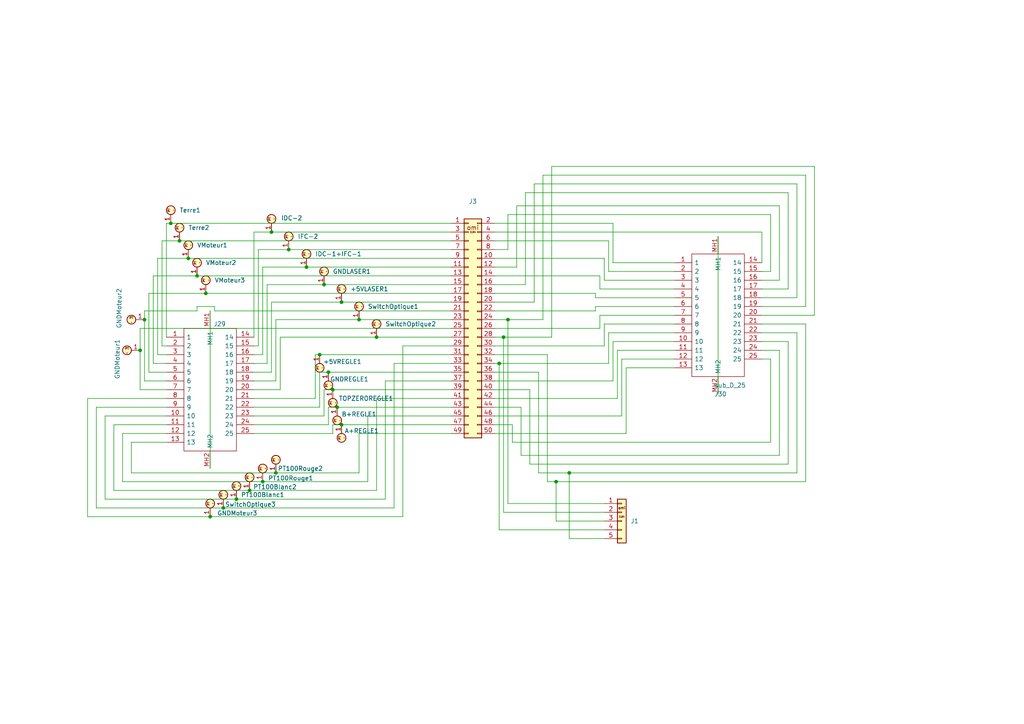
<source format=kicad_sch>
(kicad_sch (version 20231120) (generator "eeschema") (generator_version "8.0")
  (paper "A4")
  (lib_symbols
    (symbol "Omiconnecteur:Conn_01x05_P2.54mm_pinheader_vertical" (pin_names (offset 1.016) hide)
      (property "Reference" "J" (at -1.27 10.16 0))
      (symbol "Conn_01x05_P2.54mm_pinheader_vertical_1_1"
        (rectangle (start -1.27 -2.413) (end 0 -2.667) (stroke (width 0.1524)))
        (rectangle (start -1.27 0.127) (end 0 -0.127) (stroke (width 0.1524)))
        (rectangle (start -1.27 2.667) (end 0 2.413) (stroke (width 0.1524)))
        (rectangle (start -1.27 5.207) (end 0 4.953) (stroke (width 0.1524)))
        (rectangle (start -1.27 7.747) (end 0 7.493) (stroke (width 0.1524)))
        (rectangle (start -1.27 8.89) (end 1.27 -3.81) (stroke (width 0.254)) (fill (type background)))
        (text "2.54" (at 0 3.81 0) (effects (font (size 0.5 0.5))))
        (text "omi" (at 0 6.35 0) (effects (font (size 0.75 0.75))))
        (pin passive line (at -5.08 7.62 0) (length 3.81) (name "Pin_1") (number "1"))
        (pin passive line (at -5.08 5.08 0) (length 3.81) (name "Pin_2") (number "2"))
        (pin passive line (at -5.08 2.54 0) (length 3.81) (name "Pin_3") (number "3"))
        (pin passive line (at -5.08 0 0) (length 3.81) (name "Pin_4") (number "4"))
        (pin passive line (at -5.08 -2.54 0) (length 3.81) (name "Pin_5") (number "5"))
      )
    )
    (symbol "Omiconnecteur:Conn_02x25_Odd_Even_omi" (pin_names (offset 1.016) hide)
      (property "Reference" "J" (at 1.27 60.96 0))
      (property "Value" "Conn_02x25_Odd_Even_omi" (at 1.27 -7.62 0))
      (symbol "Conn_02x25_Odd_Even_omi_1_1"
        (rectangle (start -1.27 -2.413) (end 0 -2.667) (stroke (width 0.1524)))
        (rectangle (start -1.27 0.127) (end 0 -0.127) (stroke (width 0.1524)))
        (rectangle (start -1.27 2.667) (end 0 2.413) (stroke (width 0.1524)))
        (rectangle (start -1.27 5.207) (end 0 4.953) (stroke (width 0.1524)))
        (rectangle (start -1.27 7.747) (end 0 7.493) (stroke (width 0.1524)))
        (rectangle (start -1.27 10.287) (end 0 10.033) (stroke (width 0.1524)))
        (rectangle (start -1.27 12.827) (end 0 12.573) (stroke (width 0.1524)))
        (rectangle (start -1.27 15.367) (end 0 15.113) (stroke (width 0.1524)))
        (rectangle (start -1.27 17.907) (end 0 17.653) (stroke (width 0.1524)))
        (rectangle (start -1.27 20.447) (end 0 20.193) (stroke (width 0.1524)))
        (rectangle (start -1.27 22.987) (end 0 22.733) (stroke (width 0.1524)))
        (rectangle (start -1.27 25.527) (end 0 25.273) (stroke (width 0.1524)))
        (rectangle (start -1.27 28.067) (end 0 27.813) (stroke (width 0.1524)))
        (rectangle (start -1.27 30.607) (end 0 30.353) (stroke (width 0.1524)))
        (rectangle (start -1.27 33.147) (end 0 32.893) (stroke (width 0.1524)))
        (rectangle (start -1.27 35.687) (end 0 35.433) (stroke (width 0.1524)))
        (rectangle (start -1.27 38.227) (end 0 37.973) (stroke (width 0.1524)))
        (rectangle (start -1.27 40.767) (end 0 40.513) (stroke (width 0.1524)))
        (rectangle (start -1.27 43.307) (end 0 43.053) (stroke (width 0.1524)))
        (rectangle (start -1.27 45.847) (end 0 45.593) (stroke (width 0.1524)))
        (rectangle (start -1.27 48.387) (end 0 48.133) (stroke (width 0.1524)))
        (rectangle (start -1.27 50.927) (end 0 50.673) (stroke (width 0.1524)))
        (rectangle (start -1.27 53.467) (end 0 53.213) (stroke (width 0.1524)))
        (rectangle (start -1.27 56.007) (end 0 55.753) (stroke (width 0.1524)))
        (rectangle (start -1.27 58.547) (end 0 58.293) (stroke (width 0.1524)))
        (rectangle (start -1.27 59.69) (end 3.81 -3.81) (stroke (width 0.254)) (fill (type background)))
        (rectangle (start 2.54 33.02) (end 3.81 32.766) (stroke (width 0.1524)))
        (rectangle (start 2.54 35.687) (end 3.81 35.433) (stroke (width 0.1524)))
        (rectangle (start 3.81 -2.413) (end 2.54 -2.667) (stroke (width 0.1524)))
        (rectangle (start 3.81 0.127) (end 2.54 -0.127) (stroke (width 0.1524)))
        (rectangle (start 3.81 2.667) (end 2.54 2.413) (stroke (width 0.1524)))
        (rectangle (start 3.81 5.207) (end 2.54 4.953) (stroke (width 0.1524)))
        (rectangle (start 3.81 7.747) (end 2.54 7.493) (stroke (width 0.1524)))
        (rectangle (start 3.81 10.287) (end 2.54 10.033) (stroke (width 0.1524)))
        (rectangle (start 3.81 12.827) (end 2.54 12.573) (stroke (width 0.1524)))
        (rectangle (start 3.81 15.367) (end 2.54 15.113) (stroke (width 0.1524)))
        (rectangle (start 3.81 17.907) (end 2.54 17.653) (stroke (width 0.1524)))
        (rectangle (start 3.81 20.447) (end 2.54 20.193) (stroke (width 0.1524)))
        (rectangle (start 3.81 22.987) (end 2.54 22.733) (stroke (width 0.1524)))
        (rectangle (start 3.81 25.527) (end 2.54 25.273) (stroke (width 0.1524)))
        (rectangle (start 3.81 28.067) (end 2.54 27.813) (stroke (width 0.1524)))
        (rectangle (start 3.81 30.607) (end 2.54 30.353) (stroke (width 0.1524)))
        (rectangle (start 3.81 38.227) (end 2.54 37.973) (stroke (width 0.1524)))
        (rectangle (start 3.81 40.767) (end 2.54 40.513) (stroke (width 0.1524)))
        (rectangle (start 3.81 43.307) (end 2.54 43.053) (stroke (width 0.1524)))
        (rectangle (start 3.81 45.847) (end 2.54 45.593) (stroke (width 0.1524)))
        (rectangle (start 3.81 48.387) (end 2.54 48.133) (stroke (width 0.1524)))
        (rectangle (start 3.81 50.927) (end 2.54 50.673) (stroke (width 0.1524)))
        (rectangle (start 3.81 53.467) (end 2.54 53.213) (stroke (width 0.1524)))
        (rectangle (start 3.81 56.007) (end 2.54 55.753) (stroke (width 0.1524)))
        (rectangle (start 3.81 58.547) (end 2.54 58.293) (stroke (width 0.1524)))
        (text "2.54" (at 1.27 55.88 0) (effects (font (size 0.5 0.5))))
        (text "omi" (at 1.27 57.15 0) (effects (font (size 1.27 1.27))))
        (pin passive line (at -5.08 58.42 0) (length 3.81) (name "Pin_1") (number "1"))
        (pin passive line (at 7.62 48.26 180) (length 3.81) (name "Pin_10") (number "10"))
        (pin passive line (at -5.08 45.72 0) (length 3.81) (name "Pin_11") (number "11"))
        (pin passive line (at 7.62 45.72 180) (length 3.81) (name "Pin_12") (number "12"))
        (pin passive line (at -5.08 43.18 0) (length 3.81) (name "Pin_13") (number "13"))
        (pin passive line (at 7.62 43.18 180) (length 3.81) (name "Pin_14") (number "14"))
        (pin passive line (at -5.08 40.64 0) (length 3.81) (name "Pin_15") (number "15"))
        (pin passive line (at 7.62 40.64 180) (length 3.81) (name "Pin_16") (number "16"))
        (pin passive line (at -5.08 38.1 0) (length 3.81) (name "Pin_17") (number "17"))
        (pin passive line (at 7.62 38.1 180) (length 3.81) (name "Pin_18") (number "18"))
        (pin passive line (at -5.08 35.56 0) (length 3.81) (name "Pin_19") (number "19"))
        (pin passive line (at 7.62 58.42 180) (length 3.81) (name "Pin_2") (number "2"))
        (pin passive line (at 7.62 35.56 180) (length 3.81) (name "Pin_20") (number "20"))
        (pin passive line (at -5.08 33.02 0) (length 3.81) (name "Pin_21") (number "21"))
        (pin passive line (at 7.62 33.02 180) (length 3.81) (name "Pin22") (number "22"))
        (pin passive line (at -5.08 30.48 0) (length 3.81) (name "Pin_23") (number "23"))
        (pin passive line (at 7.62 30.48 180) (length 3.81) (name "Pin_24") (number "24"))
        (pin passive line (at -5.08 27.94 0) (length 3.81) (name "Pin_25") (number "25"))
        (pin passive line (at 7.62 27.94 180) (length 3.81) (name "Pin_26") (number "26"))
        (pin passive line (at -5.08 25.4 0) (length 3.81) (name "Pin_27") (number "27"))
        (pin passive line (at 7.62 25.4 180) (length 3.81) (name "Pin_28") (number "28"))
        (pin passive line (at -5.08 22.86 0) (length 3.81) (name "Pin_29") (number "29"))
        (pin passive line (at -5.08 55.88 0) (length 3.81) (name "Pin_3") (number "3"))
        (pin passive line (at 7.62 22.86 180) (length 3.81) (name "Pin_30") (number "30"))
        (pin passive line (at -5.08 20.32 0) (length 3.81) (name "Pin_31") (number "31"))
        (pin passive line (at 7.62 20.32 180) (length 3.81) (name "Pin_32") (number "32"))
        (pin passive line (at -5.08 17.78 0) (length 3.81) (name "Pin_33") (number "33"))
        (pin passive line (at 7.62 17.78 180) (length 3.81) (name "Pin_34") (number "34"))
        (pin passive line (at -5.08 15.24 0) (length 3.81) (name "Pin_35") (number "35"))
        (pin passive line (at 7.62 15.24 180) (length 3.81) (name "Pin_36") (number "36"))
        (pin passive line (at -5.08 12.7 0) (length 3.81) (name "Pin_37") (number "37"))
        (pin passive line (at 7.62 12.7 180) (length 3.81) (name "Pin_38") (number "38"))
        (pin passive line (at -5.08 10.16 0) (length 3.81) (name "Pin_39") (number "39"))
        (pin passive line (at 7.62 55.88 180) (length 3.81) (name "Pin_4") (number "4"))
        (pin passive line (at 7.62 10.16 180) (length 3.81) (name "Pin_40") (number "40"))
        (pin passive line (at -5.08 7.62 0) (length 3.81) (name "Pin_41") (number "41"))
        (pin passive line (at 7.62 7.62 180) (length 3.81) (name "Pin_42") (number "42"))
        (pin passive line (at -5.08 5.08 0) (length 3.81) (name "Pin_43") (number "43"))
        (pin passive line (at 7.62 5.08 180) (length 3.81) (name "Pin_44") (number "44"))
        (pin passive line (at -5.08 2.54 0) (length 3.81) (name "Pin_45") (number "45"))
        (pin passive line (at 7.62 2.54 180) (length 3.81) (name "Pin_46") (number "46"))
        (pin passive line (at -5.08 0 0) (length 3.81) (name "Pin_47") (number "47"))
        (pin passive line (at 7.62 0 180) (length 3.81) (name "Pin_48") (number "48"))
        (pin passive line (at -5.08 -2.54 0) (length 3.81) (name "Pin_49") (number "49"))
        (pin passive line (at -5.08 53.34 0) (length 3.81) (name "Pin_5") (number "5"))
        (pin passive line (at 7.62 -2.54 180) (length 3.81) (name "Pin_50") (number "50"))
        (pin passive line (at 7.62 53.34 180) (length 3.81) (name "Pin_6") (number "6"))
        (pin passive line (at -5.08 50.8 0) (length 3.81) (name "Pin_7") (number "7"))
        (pin passive line (at 7.62 50.8 180) (length 3.81) (name "Pin_8") (number "8"))
        (pin passive line (at -5.08 48.26 0) (length 3.81) (name "Pin_9") (number "9"))
      )
    )
    (symbol "Omiconnecteur:sub_D_25" (pin_names (offset 0.762))
      (property "Reference" "J" (at 41.91 12.7 0))
      (property "Value" "sub_D_25" (at 41.91 10.16 0))
      (symbol "sub_D_25_0_0"
        (pin passive line (at 7.62 12.7 270) (length 5.08) (name "1") (number "1"))
        (pin passive line (at 30.48 12.7 270) (length 5.08) (name "10") (number "10"))
        (pin passive line (at 33.02 12.7 270) (length 5.08) (name "11") (number "11"))
        (pin passive line (at 35.56 12.7 270) (length 5.08) (name "12") (number "12"))
        (pin passive line (at 38.1 12.7 270) (length 5.08) (name "13") (number "13"))
        (pin passive line (at 7.62 -12.7 90) (length 5.08) (name "14") (number "14"))
        (pin passive line (at 10.16 -12.7 90) (length 5.08) (name "15") (number "15"))
        (pin passive line (at 12.7 -12.7 90) (length 5.08) (name "16") (number "16"))
        (pin passive line (at 15.24 -12.7 90) (length 5.08) (name "17") (number "17"))
        (pin passive line (at 17.78 -12.7 90) (length 5.08) (name "18") (number "18"))
        (pin passive line (at 20.32 -12.7 90) (length 5.08) (name "19") (number "19"))
        (pin passive line (at 10.16 12.7 270) (length 5.08) (name "2") (number "2"))
        (pin passive line (at 22.86 -12.7 90) (length 5.08) (name "20") (number "20"))
        (pin passive line (at 25.4 -12.7 90) (length 5.08) (name "21") (number "21"))
        (pin passive line (at 27.94 -12.7 90) (length 5.08) (name "22") (number "22"))
        (pin passive line (at 30.48 -12.7 90) (length 5.08) (name "23") (number "23"))
        (pin passive line (at 33.02 -12.7 90) (length 5.08) (name "24") (number "24"))
        (pin passive line (at 35.56 -12.7 90) (length 5.08) (name "25") (number "25"))
        (pin passive line (at 12.7 12.7 270) (length 5.08) (name "3") (number "3"))
        (pin passive line (at 15.24 12.7 270) (length 5.08) (name "4") (number "4"))
        (pin passive line (at 17.78 12.7 270) (length 5.08) (name "5") (number "5"))
        (pin passive line (at 20.32 12.7 270) (length 5.08) (name "6") (number "6"))
        (pin passive line (at 22.86 12.7 270) (length 5.08) (name "7") (number "7"))
        (pin passive line (at 25.4 12.7 270) (length 5.08) (name "8") (number "8"))
        (pin passive line (at 27.94 12.7 270) (length 5.08) (name "9") (number "9"))
        (pin passive line (at 0 0 0) (length 5.08) (name "MH1") (number "MH1"))
        (pin passive line (at 45.72 0 180) (length 5.08) (name "MH2") (number "MH2"))
      )
      (symbol "sub_D_25_0_1"
        (polyline (pts (xy 5.08 7.62) (xy 40.64 7.62) (xy 40.64 -7.62) (xy 5.08 -7.62) (xy 5.08 7.62)) (stroke (width 0.1524)))
      )
    )
    (symbol "Omidivers:PT_trad_1.0mm" (pin_names (offset 1.016) hide)
      (property "Reference" "Pt" (at 0.508 2.286 0))
      (symbol "PT_trad_1.0mm_1_1"
        (circle (center 1.27 0) (radius 1.27) (stroke (width 0.254)) (fill (type background)))
        (text "PT\n." (at 1.27 0 0) (effects (font (size 0.635 0.635))))
        (pin passive line (at -2.54 0 0) (length 2.54) (name "Pin_1") (number "1"))
      )
    )
  )
  (junction (at 96.52 113.03))
  (junction (at 76.2 139.7))
  (junction (at 97.79 118.11))
  (junction (at 52.07 69.85))
  (junction (at 165.1 137.16))
  (junction (at 49.53 64.77))
  (junction (at 93.98 82.55))
  (junction (at 54.61 74.93))
  (junction (at 99.06 87.63))
  (junction (at 147.32 92.71))
  (junction (at 80.01 137.16))
  (junction (at 99.06 123.19))
  (junction (at 144.78 105.41))
  (junction (at 83.7359 72.39))
  (junction (at 40.64 101.6))
  (junction (at 92.71 102.87))
  (junction (at 64.77 147.32))
  (junction (at 146.05 97.79))
  (junction (at 95.25 107.95))
  (junction (at 161.29 139.7))
  (junction (at 104.14 92.71))
  (junction (at 109.22 97.79))
  (junction (at 59.69 85.09))
  (junction (at 78.74 67.31))
  (junction (at 68.58 144.78))
  (junction (at 88.9 77.47))
  (junction (at 41.91 92.71))
  (junction (at 72.39 142.24))
  (junction (at 57.15 80.01))
  (junction (at 60.96 149.86))
  (wire (pts (xy 62.23 90.17) (xy 62.23 88.9)))
  (wire (pts (xy 161.29 139.7) (xy 158.75 139.7)))
  (wire (pts (xy 130.81 67.31) (xy 78.74 67.31)))
  (wire (pts (xy 175.26 74.93) (xy 143.51 74.93)))
  (wire (pts (xy 62.23 90.17) (xy 130.81 90.17)))
  (wire (pts (xy 48.26 100.33) (xy 46.99 100.33)))
  (wire (pts (xy 73.66 105.41) (xy 77.47 105.41)))
  (wire (pts (xy 52.07 69.85) (xy 130.81 69.85)))
  (wire (pts (xy 161.29 139.7) (xy 161.29 151.13)))
  (wire (pts (xy 83.7359 72.39) (xy 130.81 72.39)))
  (wire (pts (xy 223.52 62.23) (xy 223.52 78.74)))
  (wire (pts (xy 25.4 149.86) (xy 25.4 115.57)))
  (wire (pts (xy 220.98 67.31) (xy 220.98 76.2)))
  (wire (pts (xy 179.07 101.6) (xy 179.07 115.57)))
  (wire (pts (xy 109.22 115.57) (xy 109.22 142.24)))
  (wire (pts (xy 176.53 78.74) (xy 176.53 69.85)))
  (wire (pts (xy 195.58 96.52) (xy 176.53 96.52)))
  (wire (pts (xy 104.14 92.71) (xy 130.81 92.71)))
  (wire (pts (xy 228.6 99.06) (xy 228.6 134.62)))
  (wire (pts (xy 93.98 113.03) (xy 93.98 120.65)))
  (wire (pts (xy 64.77 147.32) (xy 114.3 147.32)))
  (wire (pts (xy 146.05 97.79) (xy 146.05 148.59)))
  (wire (pts (xy 80.01 92.71) (xy 80.01 110.49)))
  (wire (pts (xy 233.68 93.98) (xy 233.68 139.7)))
  (wire (pts (xy 41.91 110.49) (xy 48.26 110.49)))
  (wire (pts (xy 77.47 105.41) (xy 77.47 82.55)))
  (wire (pts (xy 176.53 96.52) (xy 176.53 105.41)))
  (wire (pts (xy 177.8 64.77) (xy 143.51 64.77)))
  (wire (pts (xy 195.58 91.44) (xy 173.99 91.44)))
  (wire (pts (xy 143.51 72.39) (xy 147.32 72.39)))
  (wire (pts (xy 93.98 82.55) (xy 130.81 82.55)))
  (wire (pts (xy 223.52 128.27) (xy 148.59 128.27)))
  (wire (pts (xy 27.94 118.11) (xy 48.26 118.11)))
  (wire (pts (xy 77.47 82.55) (xy 93.98 82.55)))
  (wire (pts (xy 157.48 92.71) (xy 147.32 92.71)))
  (wire (pts (xy 144.78 105.41) (xy 144.78 153.67)))
  (wire (pts (xy 220.98 101.6) (xy 226.06 101.6)))
  (wire (pts (xy 148.59 123.19) (xy 143.51 123.19)))
  (wire (pts (xy 226.06 81.28) (xy 220.98 81.28)))
  (wire (pts (xy 35.56 139.7) (xy 35.56 125.73)))
  (wire (pts (xy 80.01 137.16) (xy 104.14 137.16)))
  (wire (pts (xy 236.22 91.44) (xy 236.22 48.26)))
  (wire (pts (xy 57.15 80.01) (xy 130.81 80.01)))
  (wire (pts (xy 60.96 90.17) (xy 60.96 135.89)))
  (wire (pts (xy 40.64 101.6) (xy 40.64 113.03)))
  (wire (pts (xy 231.14 53.34) (xy 231.14 86.36)))
  (wire (pts (xy 175.26 156.21) (xy 165.1 156.21)))
  (wire (pts (xy 152.4 82.55) (xy 143.51 82.55)))
  (wire (pts (xy 179.07 115.57) (xy 143.51 115.57)))
  (wire (pts (xy 228.6 83.82) (xy 228.6 55.88)))
  (wire (pts (xy 165.1 137.16) (xy 231.14 137.16)))
  (wire (pts (xy 226.06 101.6) (xy 226.06 132.08)))
  (wire (pts (xy 44.45 105.41) (xy 44.45 80.01)))
  (wire (pts (xy 109.22 97.79) (xy 130.81 97.79)))
  (wire (pts (xy 92.71 118.11) (xy 73.66 118.11)))
  (wire (pts (xy 226.06 132.08) (xy 151.13 132.08)))
  (wire (pts (xy 172.72 86.36) (xy 195.58 86.36)))
  (wire (pts (xy 175.26 93.98) (xy 175.26 100.33)))
  (wire (pts (xy 143.51 110.49) (xy 177.8 110.49)))
  (wire (pts (xy 147.32 146.05) (xy 175.26 146.05)))
  (wire (pts (xy 54.61 74.93) (xy 130.81 74.93)))
  (wire (pts (xy 91.44 102.87) (xy 92.71 102.87)))
  (wire (pts (xy 154.94 87.63) (xy 154.94 53.34)))
  (wire (pts (xy 175.26 153.67) (xy 144.78 153.67)))
  (wire (pts (xy 40.64 113.03) (xy 48.26 113.03)))
  (wire (pts (xy 59.69 85.09) (xy 43.18 85.09)))
  (wire (pts (xy 195.58 101.6) (xy 179.07 101.6)))
  (wire (pts (xy 81.28 97.79) (xy 81.28 113.03)))
  (wire (pts (xy 104.14 92.71) (xy 80.01 92.71)))
  (wire (pts (xy 99.06 87.63) (xy 78.74 87.63)))
  (wire (pts (xy 173.99 80.01) (xy 143.51 80.01)))
  (wire (pts (xy 160.02 48.26) (xy 160.02 97.79)))
  (wire (pts (xy 195.58 88.9) (xy 172.72 88.9)))
  (wire (pts (xy 73.66 67.31) (xy 73.66 97.79)))
  (wire (pts (xy 91.44 115.57) (xy 73.66 115.57)))
  (wire (pts (xy 172.72 86.36) (xy 172.72 85.09)))
  (wire (pts (xy 68.58 144.78) (xy 30.48 144.78)))
  (wire (pts (xy 181.61 106.68) (xy 181.61 125.73)))
  (wire (pts (xy 45.72 74.93) (xy 45.72 102.87)))
  (wire (pts (xy 236.22 48.26) (xy 160.02 48.26)))
  (wire (pts (xy 114.3 105.41) (xy 114.3 147.32)))
  (wire (pts (xy 116.84 100.33) (xy 116.84 149.86)))
  (wire (pts (xy 152.4 55.88) (xy 152.4 82.55)))
  (wire (pts (xy 220.98 83.82) (xy 228.6 83.82)))
  (wire (pts (xy 223.52 78.74) (xy 220.98 78.74)))
  (wire (pts (xy 143.51 77.47) (xy 149.86 77.47)))
  (wire (pts (xy 88.9 77.47) (xy 76.2 77.47)))
  (wire (pts (xy 146.05 97.79) (xy 160.02 97.79)))
  (wire (pts (xy 27.94 147.32) (xy 27.94 118.11)))
  (wire (pts (xy 172.72 88.9) (xy 172.72 90.17)))
  (wire (pts (xy 181.61 125.73) (xy 143.51 125.73)))
  (wire (pts (xy 72.39 142.24) (xy 109.22 142.24)))
  (wire (pts (xy 40.64 95.25) (xy 40.64 101.6)))
  (wire (pts (xy 220.98 99.06) (xy 228.6 99.06)))
  (wire (pts (xy 95.25 123.19) (xy 73.66 123.19)))
  (wire (pts (xy 76.2 77.47) (xy 76.2 102.87)))
  (wire (pts (xy 158.75 102.87) (xy 143.51 102.87)))
  (wire (pts (xy 172.72 85.09) (xy 143.51 85.09)))
  (wire (pts (xy 195.58 83.82) (xy 173.99 83.82)))
  (wire (pts (xy 91.44 102.87) (xy 91.44 115.57)))
  (wire (pts (xy 233.68 93.98) (xy 220.98 93.98)))
  (wire (pts (xy 68.58 144.78) (xy 111.76 144.78)))
  (wire (pts (xy 177.8 76.2) (xy 177.8 64.77)))
  (wire (pts (xy 220.98 88.9) (xy 233.68 88.9)))
  (wire (pts (xy 93.98 113.03) (xy 96.52 113.03)))
  (wire (pts (xy 78.74 67.31) (xy 73.66 67.31)))
  (wire (pts (xy 60.96 149.86) (xy 25.4 149.86)))
  (wire (pts (xy 81.28 113.03) (xy 73.66 113.03)))
  (wire (pts (xy 180.34 120.65) (xy 180.34 104.14)))
  (wire (pts (xy 149.86 77.47) (xy 149.86 59.69)))
  (wire (pts (xy 165.1 156.21) (xy 165.1 137.16)))
  (wire (pts (xy 161.29 151.13) (xy 175.26 151.13)))
  (wire (pts (xy 33.02 123.19) (xy 33.02 142.24)))
  (wire (pts (xy 73.66 125.73) (xy 96.52 125.73)))
  (wire (pts (xy 92.71 107.95) (xy 92.71 118.11)))
  (wire (pts (xy 130.81 77.47) (xy 88.9 77.47)))
  (wire (pts (xy 48.26 64.77) (xy 49.53 64.77)))
  (wire (pts (xy 48.26 105.41) (xy 44.45 105.41)))
  (wire (pts (xy 223.52 104.14) (xy 220.98 104.14)))
  (wire (pts (xy 106.68 139.7) (xy 76.2 139.7)))
  (wire (pts (xy 208.28 68.58) (xy 208.28 114.3)))
  (wire (pts (xy 177.8 99.06) (xy 195.58 99.06)))
  (wire (pts (xy 111.76 110.49) (xy 111.76 144.78)))
  (wire (pts (xy 46.99 69.85) (xy 52.07 69.85)))
  (wire (pts (xy 195.58 93.98) (xy 175.26 93.98)))
  (wire (pts (xy 44.45 80.01) (xy 57.15 80.01)))
  (wire (pts (xy 148.59 128.27) (xy 148.59 123.19)))
  (wire (pts (xy 130.81 123.19) (xy 99.06 123.19)))
  (wire (pts (xy 156.21 107.95) (xy 156.21 137.16)))
  (wire (pts (xy 76.2 102.87) (xy 73.66 102.87)))
  (wire (pts (xy 74.93 100.33) (xy 74.93 72.39)))
  (wire (pts (xy 41.91 92.71) (xy 41.91 110.49)))
  (wire (pts (xy 57.15 88.9) (xy 62.23 88.9)))
  (wire (pts (xy 175.26 100.33) (xy 143.51 100.33)))
  (wire (pts (xy 116.84 149.86) (xy 60.96 149.86)))
  (wire (pts (xy 146.05 148.59) (xy 175.26 148.59)))
  (wire (pts (xy 180.34 104.14) (xy 195.58 104.14)))
  (wire (pts (xy 147.32 92.71) (xy 147.32 146.05)))
  (wire (pts (xy 130.81 87.63) (xy 99.06 87.63)))
  (wire (pts (xy 48.26 123.19) (xy 33.02 123.19)))
  (wire (pts (xy 43.18 107.95) (xy 48.26 107.95)))
  (wire (pts (xy 223.52 104.14) (xy 223.52 128.27)))
  (wire (pts (xy 233.68 139.7) (xy 161.29 139.7)))
  (wire (pts (xy 97.79 118.11) (xy 130.81 118.11)))
  (wire (pts (xy 25.4 115.57) (xy 48.26 115.57)))
  (wire (pts (xy 220.98 91.44) (xy 236.22 91.44)))
  (wire (pts (xy 40.64 95.25) (xy 130.81 95.25)))
  (wire (pts (xy 130.81 105.41) (xy 114.3 105.41)))
  (wire (pts (xy 54.61 74.93) (xy 45.72 74.93)))
  (wire (pts (xy 48.26 97.79) (xy 48.26 64.77)))
  (wire (pts (xy 46.99 100.33) (xy 46.99 69.85)))
  (wire (pts (xy 231.14 96.52) (xy 231.14 137.16)))
  (wire (pts (xy 130.81 100.33) (xy 116.84 100.33)))
  (wire (pts (xy 153.67 113.03) (xy 143.51 113.03)))
  (wire (pts (xy 43.18 85.09) (xy 43.18 107.95)))
  (wire (pts (xy 130.81 110.49) (xy 111.76 110.49)))
  (wire (pts (xy 176.53 69.85) (xy 143.51 69.85)))
  (wire (pts (xy 156.21 137.16) (xy 165.1 137.16)))
  (wire (pts (xy 143.51 107.95) (xy 156.21 107.95)))
  (wire (pts (xy 154.94 53.34) (xy 231.14 53.34)))
  (wire (pts (xy 99.06 123.19) (xy 96.52 123.19)))
  (wire (pts (xy 175.26 81.28) (xy 175.26 74.93)))
  (wire (pts (xy 226.06 59.69) (xy 226.06 81.28)))
  (wire (pts (xy 173.99 95.25) (xy 143.51 95.25)))
  (wire (pts (xy 157.48 50.8) (xy 157.48 92.71)))
  (wire (pts (xy 73.66 100.33) (xy 74.93 100.33)))
  (wire (pts (xy 30.48 144.78) (xy 30.48 120.65)))
  (wire (pts (xy 231.14 86.36) (xy 220.98 86.36)))
  (wire (pts (xy 143.51 97.79) (xy 146.05 97.79)))
  (wire (pts (xy 172.72 90.17) (xy 143.51 90.17)))
  (wire (pts (xy 92.71 107.95) (xy 95.25 107.95)))
  (wire (pts (xy 147.32 62.23) (xy 223.52 62.23)))
  (wire (pts (xy 231.14 96.52) (xy 220.98 96.52)))
  (wire (pts (xy 95.25 118.11) (xy 95.25 123.19)))
  (wire (pts (xy 64.77 147.32) (xy 27.94 147.32)))
  (wire (pts (xy 74.93 72.39) (xy 83.7359 72.39)))
  (wire (pts (xy 151.13 132.08) (xy 151.13 118.11)))
  (wire (pts (xy 144.78 105.41) (xy 143.51 105.41)))
  (wire (pts (xy 195.58 106.68) (xy 181.61 106.68)))
  (wire (pts (xy 92.71 102.87) (xy 130.81 102.87)))
  (wire (pts (xy 81.28 97.79) (xy 109.22 97.79)))
  (wire (pts (xy 147.32 72.39) (xy 147.32 62.23)))
  (wire (pts (xy 147.32 92.71) (xy 143.51 92.71)))
  (wire (pts (xy 96.52 123.19) (xy 96.52 125.73)))
  (wire (pts (xy 153.67 134.62) (xy 153.67 113.03)))
  (wire (pts (xy 93.98 120.65) (xy 73.66 120.65)))
  (wire (pts (xy 195.58 81.28) (xy 175.26 81.28)))
  (wire (pts (xy 33.02 142.24) (xy 72.39 142.24)))
  (wire (pts (xy 104.14 125.73) (xy 104.14 137.16)))
  (wire (pts (xy 41.91 90.17) (xy 41.91 92.71)))
  (wire (pts (xy 95.25 107.95) (xy 130.81 107.95)))
  (wire (pts (xy 106.68 120.65) (xy 106.68 139.7)))
  (wire (pts (xy 173.99 91.44) (xy 173.99 95.25)))
  (wire (pts (xy 49.53 64.77) (xy 130.81 64.77)))
  (wire (pts (xy 80.01 110.49) (xy 73.66 110.49)))
  (wire (pts (xy 233.68 88.9) (xy 233.68 50.8)))
  (wire (pts (xy 30.48 120.65) (xy 48.26 120.65)))
  (wire (pts (xy 177.8 110.49) (xy 177.8 99.06)))
  (wire (pts (xy 45.72 102.87) (xy 48.26 102.87)))
  (wire (pts (xy 228.6 55.88) (xy 152.4 55.88)))
  (wire (pts (xy 38.1 137.16) (xy 80.01 137.16)))
  (wire (pts (xy 158.75 139.7) (xy 158.75 102.87)))
  (wire (pts (xy 233.68 50.8) (xy 157.48 50.8)))
  (wire (pts (xy 130.81 120.65) (xy 106.68 120.65)))
  (wire (pts (xy 104.14 125.73) (xy 130.81 125.73)))
  (wire (pts (xy 78.74 87.63) (xy 78.74 107.95)))
  (wire (pts (xy 95.25 118.11) (xy 97.79 118.11)))
  (wire (pts (xy 35.56 139.7) (xy 76.2 139.7)))
  (wire (pts (xy 176.53 105.41) (xy 144.78 105.41)))
  (wire (pts (xy 153.67 134.62) (xy 228.6 134.62)))
  (wire (pts (xy 173.99 83.82) (xy 173.99 80.01)))
  (wire (pts (xy 96.52 113.03) (xy 130.81 113.03)))
  (wire (pts (xy 143.51 118.11) (xy 151.13 118.11)))
  (wire (pts (xy 59.69 85.09) (xy 130.81 85.09)))
  (wire (pts (xy 78.74 107.95) (xy 73.66 107.95)))
  (wire (pts (xy 177.8 76.2) (xy 195.58 76.2)))
  (wire (pts (xy 35.56 125.73) (xy 48.26 125.73)))
  (wire (pts (xy 109.22 115.57) (xy 130.81 115.57)))
  (wire (pts (xy 41.91 90.17) (xy 57.15 90.17)))
  (wire (pts (xy 48.26 128.27) (xy 38.1 128.27)))
  (wire (pts (xy 143.51 67.31) (xy 220.98 67.31)))
  (wire (pts (xy 57.15 88.9) (xy 57.15 90.17)))
  (wire (pts (xy 143.51 120.65) (xy 180.34 120.65)))
  (wire (pts (xy 149.86 59.69) (xy 226.06 59.69)))
  (wire (pts (xy 143.51 87.63) (xy 154.94 87.63)))
  (wire (pts (xy 38.1 128.27) (xy 38.1 137.16)))
  (wire (pts (xy 195.58 78.74) (xy 176.53 78.74)))
  (symbol (lib_id "Omidivers:PT_trad_1.0mm") (at 104.14 90.17 90) (unit 1)
    (property "Reference" "SwitchOptique1" (at 106.68 88.8999 90) (effects (justify right)))
    (property "Value" "PT_cms_1.0mm" (effects (hide yes)))
    (property "Footprint" "Omidivers:pas_trad_1mm" (effects (hide yes)))
  )
  (symbol (lib_id "Omidivers:PT_trad_1.0mm") (at 96.52 115.57 270) (unit 1)
    (property "Reference" "TOPZEROREGLE1" (at 106.172 115.57 90))
    (property "Value" "PT_cms_1.0mm" (effects (hide yes)))
    (property "Footprint" "Omidivers:Pt_trad_1.0mm" (effects (hide yes)))
  )
  (symbol (lib_id "Omiconnecteur:sub_D_25") (at 208.28 68.58 90) (mirror x) (unit 1)
    (property "Reference" "J30" (at 207.1939 114.3 90) (effects (justify right)))
    (property "Value" "sub_D_25" (at 207.1939 111.76 90) (effects (justify right)))
    (property "Footprint" "Omiconnecteur:sub_D_25" (effects (hide yes)))
    (property "Datasheet" "https://b2b.harting.com/files/download/PRD/PDF_DS/PDF_DS_09653227801_EN.pdf" (effects (hide yes)))
    (property "Description" "D-Sub 25pin male angled 2.54mm pitch, stamped, w/o board locks, M3, PL3" (effects (hide yes)))
    (property "Height" "12.5" (effects (hide yes)))
    (property "Manufacturer_Name" "HARTING" (effects (hide yes)))
    (property "Manufacturer_Part_Number" "09653227801" (effects (hide yes)))
    (property "Mouser Part Number" "617-09653227801" (effects (hide yes)))
    (property "Mouser Price/Stock" "https://www.mouser.co.uk/ProductDetail/HARTING/09653227801?qs=Z2e%252BHPEhmSYpOM7BaVuC5A%3D%3D" (effects (hide yes)))
    (property "Arrow Part Number" "09653227801" (effects (hide yes)))
    (property "Arrow Price/Stock" "https://www.arrow.com/en/products/09653227801/harting?region=nac" (effects (hide yes)))
  )
  (symbol (lib_id "Omidivers:PT_trad_1.0mm") (at 64.77 144.78 90) (unit 1)
    (property "Reference" "SwitchOptique3" (at 72.644 146.304 90))
    (property "Value" "PT_cms_1.0mm" (effects (hide yes)))
    (property "Footprint" "Omidivers:Pt_trad_1.0mm" (effects (hide yes)))
  )
  (symbol (lib_id "Omidivers:PT_trad_1.0mm") (at 60.96 147.32 90) (unit 1)
    (property "Reference" "GNDMoteur3" (at 68.834 148.844 90))
    (property "Value" "PT_cms_1.0mm" (effects (hide yes)))
    (property "Footprint" "Omidivers:Pt_trad_1.0mm" (effects (hide yes)))
  )
  (symbol (lib_id "Omidivers:PT_trad_1.0mm") (at 52.07 67.31 90) (unit 1)
    (property "Reference" "Terre2" (at 54.61 66.0399 90) (effects (justify right)))
    (property "Value" "PT_cms_1.0mm" (effects (hide yes)))
    (property "Footprint" "Omidivers:Pt_trad_1.0mm" (effects (hide yes)))
  )
  (symbol (lib_id "Omidivers:PT_trad_1.0mm") (at 76.2 137.16 90) (unit 1)
    (property "Reference" "PT100Rouge1" (at 84.328 138.684 90))
    (property "Value" "PT_cms_1.0mm" (effects (hide yes)))
    (property "Footprint" "Omidivers:Pt_trad_1.0mm" (effects (hide yes)))
  )
  (symbol (lib_id "Omidivers:PT_trad_1.0mm") (at 88.9 74.93 90) (unit 1)
    (property "Reference" "IDC-1+IFC-1" (at 91.44 73.6599 90) (effects (justify right)))
    (property "Value" "PT_cms_1.0mm" (effects (hide yes)))
    (property "Footprint" "Omidivers:Pt_trad_1.0mm" (effects (hide yes)))
  )
  (symbol (lib_id "Omidivers:PT_trad_1.0mm") (at 92.71 105.41 270) (unit 1)
    (property "Reference" "+5VREGLE1" (at 99.314 104.902 90))
    (property "Value" "PT_cms_1.0mm" (effects (hide yes)))
    (property "Footprint" "Omidivers:Pt_trad_1.0mm" (effects (hide yes)))
  )
  (symbol (lib_id "Omiconnecteur:sub_D_25") (at 60.96 90.17 90) (mirror x) (unit 1)
    (property "Reference" "J29" (at 65.532 93.98 90) (effects (justify left)))
    (property "Value" "sub_D_25" (effects (hide yes)))
    (property "Footprint" "Omiconnecteur:sub_D_25" (effects (hide yes)))
    (property "Datasheet" "https://b2b.harting.com/files/download/PRD/PDF_DS/PDF_DS_09653227801_EN.pdf" (effects (hide yes)))
    (property "Description" "D-Sub 25pin male angled 2.54mm pitch, stamped, w/o board locks, M3, PL3" (effects (hide yes)))
    (property "Height" "12.5" (effects (hide yes)))
    (property "Manufacturer_Name" "HARTING" (effects (hide yes)))
    (property "Manufacturer_Part_Number" "09653227801" (effects (hide yes)))
    (property "Mouser Part Number" "617-09653227801" (effects (hide yes)))
    (property "Mouser Price/Stock" "https://www.mouser.co.uk/ProductDetail/HARTING/09653227801?qs=Z2e%252BHPEhmSYpOM7BaVuC5A%3D%3D" (effects (hide yes)))
    (property "Arrow Part Number" "09653227801" (effects (hide yes)))
    (property "Arrow Price/Stock" "https://www.arrow.com/en/products/09653227801/harting?region=nac" (effects (hide yes)))
  )
  (symbol (lib_id "Omiconnecteur:Conn_01x05_P2.54mm_pinheader_vertical") (at 180.34 153.67 0) (unit 1)
    (property "Reference" "J1" (at 182.88 151.1299 0) (effects (justify left)))
    (property "Value" "Conn_01x05_P2.54mm_pinheader_vertical" (effects (hide yes)))
    (property "Footprint" "Omiconnecteur:PinHeader_1x05_P2.54mm_V_omi" (effects (hide yes)))
    (property "Datasheet" "https://cdn.amphenol-cs.com/media/wysiwyg/files/documentation/datasheet/boardwiretoboard/bwb_bergstik.pdf" (effects (hide yes)))
    (property "Description" "Generic connector, single row, 01x08, script generated (kicad-library-utils/schlib/autogen/connector/)" (effects (hide yes)))
    (property "Fabriquant" "Amphenol" (effects (hide yes)))
    (property "Fabreference" "77311-102-36LF" (effects (hide yes)))
    (property "Omicron" "9069605" (effects (hide yes)))
    (property "Distributeur1" "DK:609-6203-ND" (effects (hide yes)))
    (property "Distributeur2" "M:77311-102-36LF" (effects (hide yes)))
  )
  (symbol (lib_id "Omidivers:PT_trad_1.0mm") (at 68.58 142.24 90) (unit 1)
    (property "Reference" "PT100Blanc1" (at 76.2 143.51 90))
    (property "Value" "PT_cms_1.0mm" (effects (hide yes)))
    (property "Footprint" "Omidivers:Pt_trad_1.0mm" (effects (hide yes)))
  )
  (symbol (lib_id "Omidivers:PT_trad_1.0mm") (at 99.06 125.73 270) (unit 1)
    (property "Reference" "A+REGLE1" (at 104.902 124.968 90))
    (property "Value" "PT_cms_1.0mm" (effects (hide yes)))
    (property "Footprint" "Omidivers:Pt_trad_1.0mm" (effects (hide yes)))
  )
  (symbol (lib_id "Omidivers:PT_trad_1.0mm") (at 54.61 72.39 90) (unit 1)
    (property "Reference" "VMoteur1" (at 57.15 71.1199 90) (effects (justify right)))
    (property "Value" "PT_cms_1.0mm" (effects (hide yes)))
    (property "Footprint" "Omidivers:Pt_trad_1.0mm" (effects (hide yes)))
  )
  (symbol (lib_id "Omidivers:PT_trad_1.0mm") (at 59.69 82.55 90) (unit 1)
    (property "Reference" "VMoteur3" (at 62.23 81.2799 90) (effects (justify right)))
    (property "Value" "PT_cms_1.0mm" (effects (hide yes)))
    (property "Footprint" "Omidivers:Pt_trad_1.0mm" (effects (hide yes)))
  )
  (symbol (lib_id "Omidivers:PT_trad_1.0mm") (at 39.37 92.71 180) (unit 1)
    (property "Reference" "GNDMoteur2" (at 34.544 95.25 90) (effects (justify right)))
    (property "Value" "PT_cms_1.0mm" (effects (hide yes)))
    (property "Footprint" "Omidivers:Pt_trad_1.0mm" (effects (hide yes)))
  )
  (symbol (lib_id "Omidivers:PT_trad_1.0mm") (at 80.01 134.62 90) (unit 1)
    (property "Reference" "PT100Rouge2" (at 87.122 135.89 90))
    (property "Value" "PT_cms_1.0mm" (effects (hide yes)))
    (property "Footprint" "Omidivers:Pt_trad_1.0mm" (effects (hide yes)))
  )
  (symbol (lib_id "Omidivers:PT_trad_1.0mm") (at 78.74 64.77 90) (unit 1)
    (property "Reference" "IDC-2" (at 81.534 63.246 90) (effects (justify right)))
    (property "Value" "PT_cms_1.0mm" (effects (hide yes)))
    (property "Footprint" "Omidivers:Pt_trad_1.0mm" (effects (hide yes)))
  )
  (symbol (lib_id "Omiconnecteur:Conn_02x25_Odd_Even_omi") (at 135.89 123.19 0) (unit 1)
    (property "Reference" "J3" (at 137.16 58.42 0))
    (property "Value" "Conn_02x25_Odd_Even_omi" (effects (hide yes)))
    (property "Footprint" "Omiconnecteur:PinHeader_2x25_P2.54mm_V_omi_1" (effects (hide yes)))
    (property "Description" "Generic connector, double row, 02x10, odd/even pin numbering scheme (row 1 odd numbers, row 2 even numbers), script generated (kicad-library-utils/schlib/autogen/connector/)" (effects (hide yes)))
    (property "Documentation" "https://cdn.amphenol-cs.com/media/wysiwyg/files/documentation/datasheet/boardwiretoboard/bwb_bergstik.pdf" (effects (hide yes)))
    (property "Fabriquant" "Amphenol" (effects (hide yes)))
    (property "Fabreference" "77313-118-72LF" (effects (hide yes)))
    (property "Omicron" "252175" (effects (hide yes)))
    (property "Distributeur1" "F:2886108" (effects (hide yes)))
    (property "Distributeur2" "M:649-77313-118-72LF" (effects (hide yes)))
  )
  (symbol (lib_id "Omidivers:PT_trad_1.0mm") (at 57.15 77.47 90) (unit 1)
    (property "Reference" "VMoteur2" (at 59.69 76.1999 90) (effects (justify right)))
    (property "Value" "PT_cms_1.0mm" (effects (hide yes)))
    (property "Footprint" "Omidivers:Pt_trad_1.0mm" (effects (hide yes)))
  )
  (symbol (lib_id "Omidivers:PT_trad_1.0mm") (at 72.39 139.7 90) (unit 1)
    (property "Reference" "PT100Blanc2" (at 79.756 141.224 90))
    (property "Value" "PT_cms_1.0mm" (effects (hide yes)))
    (property "Footprint" "Omidivers:Pt_trad_1.0mm" (effects (hide yes)))
  )
  (symbol (lib_id "Omidivers:PT_trad_1.0mm") (at 93.98 80.01 90) (unit 1)
    (property "Reference" "GNDLASER1" (at 96.52 78.7399 90) (effects (justify right)))
    (property "Value" "PT_cms_1.0mm" (effects (hide yes)))
    (property "Footprint" "Omidivers:Pt_trad_1.0mm" (effects (hide yes)))
  )
  (symbol (lib_id "Omidivers:PT_trad_1.0mm") (at 95.25 110.49 270) (unit 1)
    (property "Reference" "GNDREGLE1" (at 101.346 109.982 90))
    (property "Value" "PT_cms_1.0mm" (effects (hide yes)))
    (property "Footprint" "Omidivers:Pt_trad_1.0mm" (effects (hide yes)))
  )
  (symbol (lib_id "Omidivers:PT_trad_1.0mm") (at 99.06 85.09 90) (unit 1)
    (property "Reference" "+5VLASER1" (at 101.6 83.8199 90) (effects (justify right)))
    (property "Value" "PT_cms_1.0mm" (effects (hide yes)))
    (property "Footprint" "Omidivers:Pt_trad_1.0mm" (effects (hide yes)))
  )
  (symbol (lib_id "Omidivers:PT_trad_1.0mm") (at 109.22 95.25 90) (unit 1)
    (property "Reference" "SwitchOptique2" (at 111.76 93.9799 90) (effects (justify right)))
    (property "Value" "PT_cms_1.0mm" (effects (hide yes)))
    (property "Footprint" "Omidivers:Pt_trad_1.0mm" (effects (hide yes)))
  )
  (symbol (lib_id "Omidivers:PT_trad_1.0mm") (at 38.1 101.6 180) (unit 1)
    (property "Reference" "GNDMoteur1" (at 34.036 109.982 90) (effects (justify right)))
    (property "Value" "PT_cms_1.0mm" (effects (hide yes)))
    (property "Footprint" "Omidivers:Pt_trad_1.0mm" (effects (hide yes)))
  )
  (symbol (lib_id "Omidivers:PT_trad_1.0mm") (at 49.53 62.23 90) (unit 1)
    (property "Reference" "Terre1" (at 52.07 60.9599 90) (effects (justify right)))
    (property "Value" "Pt_trad_1.0mm" (effects (hide yes)))
    (property "Footprint" "Omidivers:Pt_trad_1.0mm" (effects (hide yes)))
  )
  (symbol (lib_id "Omidivers:PT_trad_1.0mm") (at 83.7359 69.85 90) (unit 1)
    (property "Reference" "IFC-2" (at 86.36 68.5799 90) (effects (justify right)))
    (property "Value" "PT_cms_1.0mm" (effects (hide yes)))
    (property "Footprint" "Omidivers:Pt_trad_1.0mm" (effects (hide yes)))
  )
  (symbol (lib_id "Omidivers:PT_trad_1.0mm") (at 97.79 120.65 270) (unit 1)
    (property "Reference" "B+REGLE1" (at 104.14 120.142 90))
    (property "Value" "PT_cms_1.0mm" (effects (hide yes)))
    (property "Footprint" "Omidivers:Pt_trad_1.0mm" (effects (hide yes)))
  )
)
</source>
